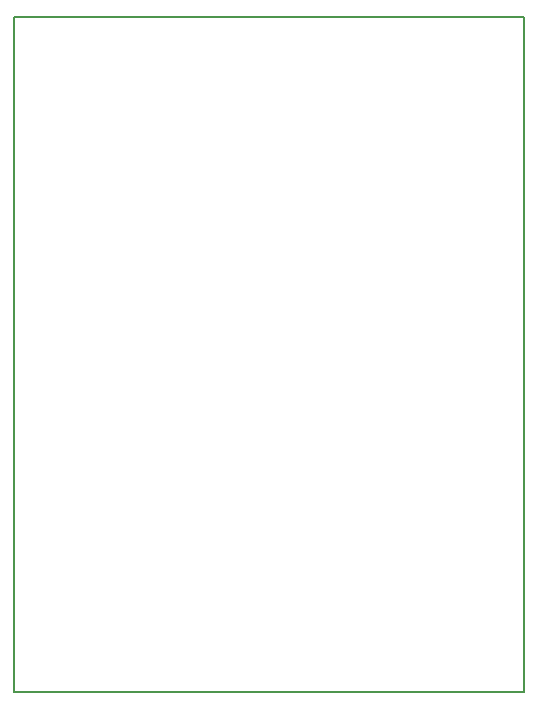
<source format=gbr>
G04 #@! TF.FileFunction,Profile,NP*
%FSLAX46Y46*%
G04 Gerber Fmt 4.6, Leading zero omitted, Abs format (unit mm)*
G04 Created by KiCad (PCBNEW 4.0.7) date 06/16/18 22:40:50*
%MOMM*%
%LPD*%
G01*
G04 APERTURE LIST*
%ADD10C,0.100000*%
%ADD11C,0.150000*%
G04 APERTURE END LIST*
D10*
D11*
X172720000Y-124460000D02*
X172720000Y-67310000D01*
X129540000Y-124460000D02*
X172720000Y-124460000D01*
X129540000Y-67310000D02*
X129540000Y-124460000D01*
X172720000Y-67310000D02*
X129540000Y-67310000D01*
M02*

</source>
